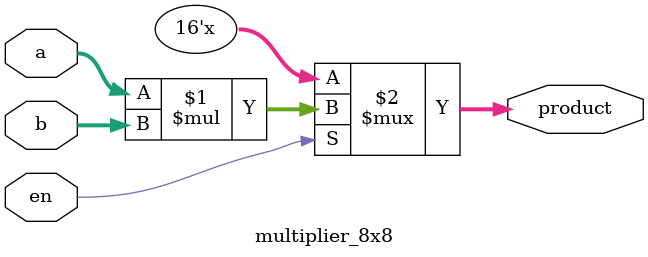
<source format=v>
module multiplier_8x8(en,a,b,product);
    input en;
    input [7:0] a; 
    input [7:0] b; 
    output [15:0] product; 

    assign product = (en) ? a * b : 16'bz;

endmodule

</source>
